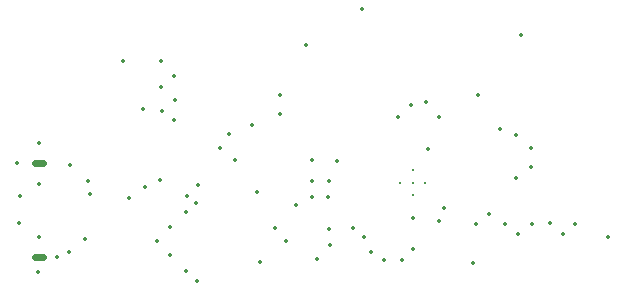
<source format=gbr>
%TF.GenerationSoftware,KiCad,Pcbnew,9.0.3*%
%TF.CreationDate,2025-09-07T13:29:14+02:00*%
%TF.ProjectId,LoTiBloxy,4c6f5469-426c-46f7-9879-2e6b69636164,rev?*%
%TF.SameCoordinates,Original*%
%TF.FileFunction,Plated,1,2,PTH,Mixed*%
%TF.FilePolarity,Positive*%
%FSLAX46Y46*%
G04 Gerber Fmt 4.6, Leading zero omitted, Abs format (unit mm)*
G04 Created by KiCad (PCBNEW 9.0.3) date 2025-09-07 13:29:14*
%MOMM*%
%LPD*%
G01*
G04 APERTURE LIST*
%TA.AperFunction,ComponentDrill*%
%ADD10C,0.300000*%
%TD*%
%TA.AperFunction,ViaDrill*%
%ADD11C,0.350000*%
%TD*%
G04 aperture for slot hole*
%TA.AperFunction,ComponentDrill*%
%ADD12C,0.609600*%
%TD*%
G04 APERTURE END LIST*
D10*
%TO.C,U2*%
X113465000Y-99268196D03*
X114539997Y-99268196D03*
X114540000Y-98218196D03*
X114540000Y-100318196D03*
X115565000Y-99268196D03*
%TD*%
D11*
X81000000Y-97600000D03*
X81200000Y-102700000D03*
X81225000Y-100375000D03*
X82800000Y-106825000D03*
X82850000Y-95950000D03*
X82850000Y-99400000D03*
X82850000Y-103850000D03*
X84375000Y-105525000D03*
X85400000Y-105150000D03*
X85450000Y-97750000D03*
X86732618Y-104056948D03*
X87050000Y-99100000D03*
X87200000Y-100250000D03*
X90000000Y-88975000D03*
X90450000Y-100600000D03*
X91650000Y-93000000D03*
X91850000Y-99650000D03*
X92850000Y-104250000D03*
X93088873Y-99038873D03*
X93175000Y-88975000D03*
X93200000Y-91200000D03*
X93250000Y-93200000D03*
X93975000Y-102991294D03*
X93975000Y-105374400D03*
X94300000Y-90200000D03*
X94300000Y-94000000D03*
X94350000Y-92250000D03*
X95321600Y-106771600D03*
X95325000Y-101750000D03*
X95376600Y-100406600D03*
X96174700Y-100975300D03*
X96250000Y-107600000D03*
X96331902Y-99451298D03*
X98166800Y-96316800D03*
X98960000Y-95140000D03*
X99475000Y-97325000D03*
X100875000Y-94350000D03*
X101281475Y-100025000D03*
X101600000Y-106000000D03*
X102880000Y-103105000D03*
X103250000Y-91850000D03*
X103250000Y-93475000D03*
X103775000Y-104200000D03*
X104650000Y-101200000D03*
X105475000Y-87600000D03*
X105950000Y-97375000D03*
X106000000Y-99100000D03*
X106000000Y-100475000D03*
X106400000Y-105750000D03*
X107354000Y-100500000D03*
X107430000Y-99100000D03*
X107450000Y-103215000D03*
X107500000Y-104565000D03*
X108090000Y-97400000D03*
X109480000Y-103080000D03*
X110175000Y-84575000D03*
X110375000Y-103896400D03*
X111000000Y-105150000D03*
X112050000Y-105850000D03*
X113300000Y-93738196D03*
X113600000Y-105850000D03*
X114350000Y-92700000D03*
X114525000Y-104925000D03*
X114550000Y-102300000D03*
X115640000Y-92410000D03*
X115800000Y-96450000D03*
X116700000Y-93700000D03*
X116725000Y-102500000D03*
X117150000Y-101400000D03*
X119585000Y-106050001D03*
X119845000Y-102795000D03*
X120000000Y-91875000D03*
X120950000Y-101900000D03*
X121900000Y-94700000D03*
X122301804Y-102798196D03*
X123245000Y-98895000D03*
X123250000Y-95200000D03*
X123390000Y-103640000D03*
X123700000Y-86800000D03*
X124495000Y-97955000D03*
X124500000Y-96300000D03*
X124600000Y-102800000D03*
X126150000Y-102725000D03*
X127250000Y-103650000D03*
X128250000Y-102800000D03*
X131075000Y-103900000D03*
D12*
%TO.C,J3*%
X83172199Y-97625000D02*
X82486399Y-97625000D01*
X83172199Y-105525000D02*
X82486399Y-105525000D01*
M02*

</source>
